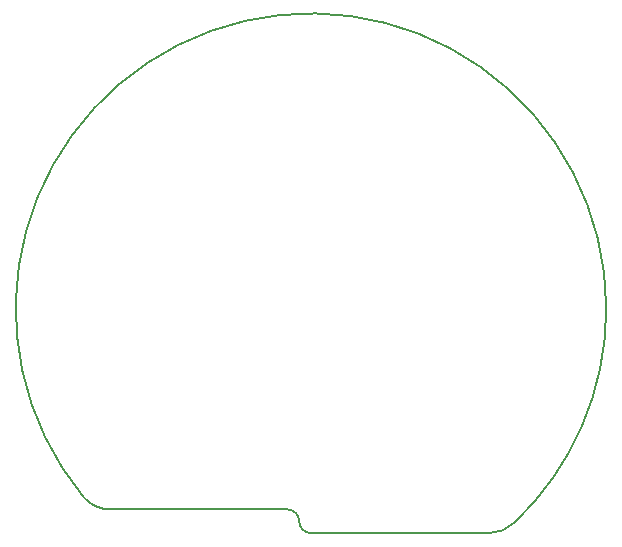
<source format=gm1>
G04*
G04 #@! TF.GenerationSoftware,Altium Limited,Altium Designer,24.4.1 (13)*
G04*
G04 Layer_Color=16711935*
%FSLAX44Y44*%
%MOMM*%
G71*
G04*
G04 #@! TF.SameCoordinates,55532D4A-085B-46E5-86D8-018E79720E20*
G04*
G04*
G04 #@! TF.FilePolarity,Positive*
G04*
G01*
G75*
%ADD14C,0.1500*%
D14*
X151000Y-190000D02*
G03*
X172213Y-181213I0J30000D01*
G01*
X-10000Y-180000D02*
G03*
X-0Y-190000I10000J-0D01*
G01*
X-10000Y-180000D02*
G03*
X-20000Y-170000I-10000J0D01*
G01*
X-192781Y-159284D02*
G03*
X-169800Y-170000I22981J19284D01*
G01*
X250000Y-0D02*
G03*
X-192726Y-159238I-250000J0D01*
G01*
X171656Y-181753D02*
G03*
X250000Y-0I-171656J181753D01*
G01*
X-0Y-190000D02*
X151000D01*
X-170000Y-170000D02*
X-19500Y-170002D01*
M02*

</source>
